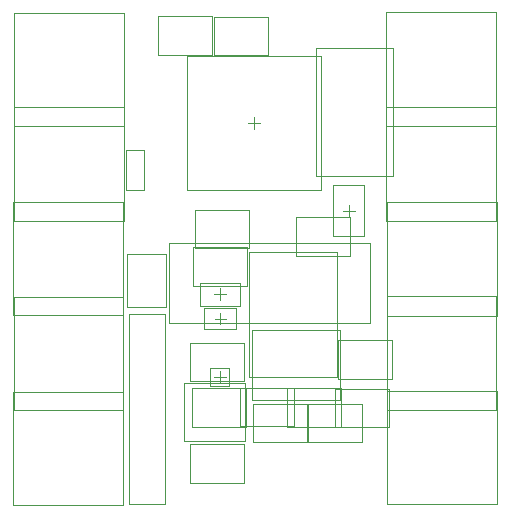
<source format=gbr>
G04*
G04 #@! TF.GenerationSoftware,Altium Limited,Altium Designer,23.3.1 (30)*
G04*
G04 Layer_Color=32768*
%FSLAX25Y25*%
%MOIN*%
G70*
G04*
G04 #@! TF.SameCoordinates,9E9A1B20-5B00-4279-B210-449FD35A5861*
G04*
G04*
G04 #@! TF.FilePolarity,Positive*
G04*
G01*
G75*
%ADD11C,0.00394*%
%ADD74C,0.00197*%
D11*
X185557Y174784D02*
Y178721D01*
X183589Y176752D02*
X187526D01*
X183754Y196146D02*
X187691D01*
X185722Y194177D02*
Y198114D01*
X183693Y204187D02*
X187630D01*
X185661Y202218D02*
Y206155D01*
X241098Y165796D02*
Y203631D01*
X277712D01*
Y165796D02*
Y203631D01*
X241098Y165796D02*
X277712D01*
X153359Y197207D02*
Y235042D01*
X116745Y197207D02*
X153359D01*
X116745D02*
Y235042D01*
X153359D01*
X153378Y165538D02*
Y203373D01*
X116764Y165538D02*
X153378D01*
X116764D02*
Y203373D01*
X153378D01*
X241136Y197105D02*
Y234940D01*
X277750D01*
Y197105D02*
Y234940D01*
X241136Y197105D02*
X277750D01*
X240999Y260383D02*
Y298217D01*
X277613D01*
Y260383D02*
Y298217D01*
X240999Y260383D02*
X277613D01*
X240999Y228681D02*
Y266515D01*
X277613D01*
Y228681D02*
Y266515D01*
X240999Y228681D02*
X277613D01*
X241187Y134306D02*
Y172140D01*
X277801D01*
Y134306D02*
Y172140D01*
X241187Y134306D02*
X277801D01*
X153570Y260227D02*
Y298061D01*
X116956Y260227D02*
X153570D01*
X116956D02*
Y298061D01*
X153570D01*
X153414Y228684D02*
Y266518D01*
X116800Y228684D02*
X153414D01*
X116800D02*
Y266518D01*
X153414D01*
X153102Y133969D02*
Y171804D01*
X116488Y133969D02*
X153102D01*
X116488D02*
Y171804D01*
X153102D01*
X193900Y155397D02*
Y174688D01*
X173435Y155397D02*
X193900D01*
X173435D02*
Y174688D01*
X193900D01*
X168535Y194614D02*
X235465D01*
X168535D02*
Y221386D01*
X235465D01*
Y194614D02*
Y221386D01*
X217517Y243653D02*
Y286173D01*
X243108D01*
Y243653D02*
Y286173D01*
X217517Y243653D02*
X243108D01*
X228469Y230095D02*
Y234032D01*
X226501Y232063D02*
X230438D01*
X194978Y261361D02*
X198916D01*
X196947Y259392D02*
Y263330D01*
D74*
X193606Y141471D02*
Y154267D01*
X175692D02*
X193606D01*
X175692Y141471D02*
Y154267D01*
Y141471D02*
X193606D01*
X196500Y167687D02*
X214413D01*
Y154892D02*
Y167687D01*
X196500Y154892D02*
X214413D01*
X196500D02*
Y167687D01*
X176214Y172926D02*
X194128D01*
X176214Y160131D02*
Y172926D01*
Y160131D02*
X194128D01*
Y172926D01*
X192204Y160171D02*
X210118D01*
Y172966D01*
X192204D02*
X210118D01*
X192204Y160171D02*
Y172966D01*
X208033Y172862D02*
X225947D01*
X208033Y160066D02*
Y172862D01*
Y160066D02*
X225947D01*
Y172862D01*
X223951Y172797D02*
X241864D01*
X223951Y160002D02*
Y172797D01*
Y160002D02*
X241864D01*
Y172797D01*
X224942Y176073D02*
X242855D01*
Y188868D01*
X224942D02*
X242855D01*
X224942Y176073D02*
Y188868D01*
X182407Y173799D02*
X188707D01*
Y179705D01*
X182407Y173799D02*
Y179705D01*
X188707D01*
X195340Y176511D02*
X224671D01*
Y218244D01*
X195340D02*
X224671D01*
X195340Y176511D02*
Y218244D01*
X191037Y192799D02*
Y199492D01*
X180407Y192799D02*
Y199492D01*
X191037D01*
X180407Y192799D02*
X191037D01*
X211001Y229895D02*
X228914D01*
X211001Y217100D02*
Y229895D01*
Y217100D02*
X228914D01*
Y229895D01*
X176705Y219844D02*
X194618D01*
X176705Y207049D02*
Y219844D01*
Y207049D02*
X194618D01*
Y219844D01*
X192354Y200250D02*
Y208124D01*
X178968Y200250D02*
Y208124D01*
X192354D01*
X178968Y200250D02*
X192354D01*
X195101Y219615D02*
Y232411D01*
X177188D02*
X195101D01*
X177188Y219615D02*
Y232411D01*
Y219615D02*
X195101D01*
X154636Y217768D02*
X167431D01*
X154636Y199854D02*
Y217768D01*
Y199854D02*
X167431D01*
Y217768D01*
X155408Y197630D02*
X167180D01*
Y134363D02*
Y197630D01*
X155408Y134363D02*
X167180D01*
X155408D02*
Y197630D01*
X193625Y175333D02*
Y188128D01*
X175712D02*
X193625D01*
X175712Y175333D02*
Y188128D01*
Y175333D02*
X193625D01*
X196280Y168930D02*
Y192159D01*
Y168930D02*
X225611D01*
Y192159D01*
X196280D02*
X225611D01*
X232990Y154921D02*
Y167717D01*
X215076D02*
X232990D01*
X215076Y154921D02*
Y167717D01*
Y154921D02*
X232990D01*
X154347Y239034D02*
Y252419D01*
X160253D01*
Y239034D02*
Y252419D01*
X154347Y239034D02*
X160253D01*
X183719Y296637D02*
X201632D01*
Y283842D02*
Y296637D01*
X183719Y283842D02*
X201632D01*
X183719D02*
Y296637D01*
X164928Y296913D02*
X182841D01*
Y284117D02*
Y296913D01*
X164928Y284117D02*
X182841D01*
X164928D02*
Y296913D01*
X223351Y223599D02*
X233588D01*
X223351Y240528D02*
X233588D01*
X223351Y223599D02*
Y240528D01*
X233588Y223599D02*
Y240528D01*
X219388Y238920D02*
Y283802D01*
X174506Y238920D02*
Y283802D01*
X219388D01*
X174506Y238920D02*
X219388D01*
M02*

</source>
